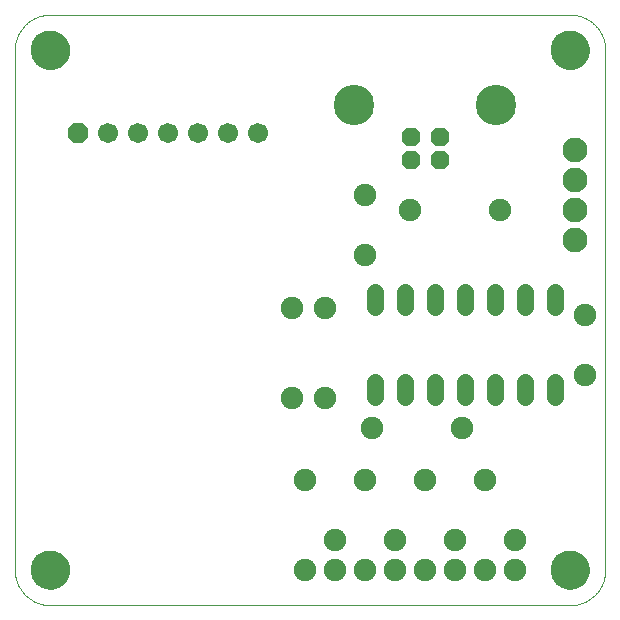
<source format=gbs>
G75*
%MOIN*%
%OFA0B0*%
%FSLAX25Y25*%
%IPPOS*%
%LPD*%
%AMOC8*
5,1,8,0,0,1.08239X$1,22.5*
%
%ADD10C,0.00000*%
%ADD11C,0.12998*%
%ADD12C,0.07487*%
%ADD13C,0.05600*%
%ADD14OC8,0.06140*%
%ADD15C,0.13455*%
%ADD16C,0.08274*%
%ADD17C,0.06699*%
%ADD18OC8,0.06699*%
D10*
X0004543Y0016354D02*
X0004543Y0189583D01*
X0010055Y0189583D02*
X0010057Y0189741D01*
X0010063Y0189899D01*
X0010073Y0190057D01*
X0010087Y0190215D01*
X0010105Y0190372D01*
X0010126Y0190529D01*
X0010152Y0190685D01*
X0010182Y0190841D01*
X0010215Y0190996D01*
X0010253Y0191149D01*
X0010294Y0191302D01*
X0010339Y0191454D01*
X0010388Y0191605D01*
X0010441Y0191754D01*
X0010497Y0191902D01*
X0010557Y0192048D01*
X0010621Y0192193D01*
X0010689Y0192336D01*
X0010760Y0192478D01*
X0010834Y0192618D01*
X0010912Y0192755D01*
X0010994Y0192891D01*
X0011078Y0193025D01*
X0011167Y0193156D01*
X0011258Y0193285D01*
X0011353Y0193412D01*
X0011450Y0193537D01*
X0011551Y0193659D01*
X0011655Y0193778D01*
X0011762Y0193895D01*
X0011872Y0194009D01*
X0011985Y0194120D01*
X0012100Y0194229D01*
X0012218Y0194334D01*
X0012339Y0194436D01*
X0012462Y0194536D01*
X0012588Y0194632D01*
X0012716Y0194725D01*
X0012846Y0194815D01*
X0012979Y0194901D01*
X0013114Y0194985D01*
X0013250Y0195064D01*
X0013389Y0195141D01*
X0013530Y0195213D01*
X0013672Y0195283D01*
X0013816Y0195348D01*
X0013962Y0195410D01*
X0014109Y0195468D01*
X0014258Y0195523D01*
X0014408Y0195574D01*
X0014559Y0195621D01*
X0014711Y0195664D01*
X0014864Y0195703D01*
X0015019Y0195739D01*
X0015174Y0195770D01*
X0015330Y0195798D01*
X0015486Y0195822D01*
X0015643Y0195842D01*
X0015801Y0195858D01*
X0015958Y0195870D01*
X0016117Y0195878D01*
X0016275Y0195882D01*
X0016433Y0195882D01*
X0016591Y0195878D01*
X0016750Y0195870D01*
X0016907Y0195858D01*
X0017065Y0195842D01*
X0017222Y0195822D01*
X0017378Y0195798D01*
X0017534Y0195770D01*
X0017689Y0195739D01*
X0017844Y0195703D01*
X0017997Y0195664D01*
X0018149Y0195621D01*
X0018300Y0195574D01*
X0018450Y0195523D01*
X0018599Y0195468D01*
X0018746Y0195410D01*
X0018892Y0195348D01*
X0019036Y0195283D01*
X0019178Y0195213D01*
X0019319Y0195141D01*
X0019458Y0195064D01*
X0019594Y0194985D01*
X0019729Y0194901D01*
X0019862Y0194815D01*
X0019992Y0194725D01*
X0020120Y0194632D01*
X0020246Y0194536D01*
X0020369Y0194436D01*
X0020490Y0194334D01*
X0020608Y0194229D01*
X0020723Y0194120D01*
X0020836Y0194009D01*
X0020946Y0193895D01*
X0021053Y0193778D01*
X0021157Y0193659D01*
X0021258Y0193537D01*
X0021355Y0193412D01*
X0021450Y0193285D01*
X0021541Y0193156D01*
X0021630Y0193025D01*
X0021714Y0192891D01*
X0021796Y0192755D01*
X0021874Y0192618D01*
X0021948Y0192478D01*
X0022019Y0192336D01*
X0022087Y0192193D01*
X0022151Y0192048D01*
X0022211Y0191902D01*
X0022267Y0191754D01*
X0022320Y0191605D01*
X0022369Y0191454D01*
X0022414Y0191302D01*
X0022455Y0191149D01*
X0022493Y0190996D01*
X0022526Y0190841D01*
X0022556Y0190685D01*
X0022582Y0190529D01*
X0022603Y0190372D01*
X0022621Y0190215D01*
X0022635Y0190057D01*
X0022645Y0189899D01*
X0022651Y0189741D01*
X0022653Y0189583D01*
X0022651Y0189425D01*
X0022645Y0189267D01*
X0022635Y0189109D01*
X0022621Y0188951D01*
X0022603Y0188794D01*
X0022582Y0188637D01*
X0022556Y0188481D01*
X0022526Y0188325D01*
X0022493Y0188170D01*
X0022455Y0188017D01*
X0022414Y0187864D01*
X0022369Y0187712D01*
X0022320Y0187561D01*
X0022267Y0187412D01*
X0022211Y0187264D01*
X0022151Y0187118D01*
X0022087Y0186973D01*
X0022019Y0186830D01*
X0021948Y0186688D01*
X0021874Y0186548D01*
X0021796Y0186411D01*
X0021714Y0186275D01*
X0021630Y0186141D01*
X0021541Y0186010D01*
X0021450Y0185881D01*
X0021355Y0185754D01*
X0021258Y0185629D01*
X0021157Y0185507D01*
X0021053Y0185388D01*
X0020946Y0185271D01*
X0020836Y0185157D01*
X0020723Y0185046D01*
X0020608Y0184937D01*
X0020490Y0184832D01*
X0020369Y0184730D01*
X0020246Y0184630D01*
X0020120Y0184534D01*
X0019992Y0184441D01*
X0019862Y0184351D01*
X0019729Y0184265D01*
X0019594Y0184181D01*
X0019458Y0184102D01*
X0019319Y0184025D01*
X0019178Y0183953D01*
X0019036Y0183883D01*
X0018892Y0183818D01*
X0018746Y0183756D01*
X0018599Y0183698D01*
X0018450Y0183643D01*
X0018300Y0183592D01*
X0018149Y0183545D01*
X0017997Y0183502D01*
X0017844Y0183463D01*
X0017689Y0183427D01*
X0017534Y0183396D01*
X0017378Y0183368D01*
X0017222Y0183344D01*
X0017065Y0183324D01*
X0016907Y0183308D01*
X0016750Y0183296D01*
X0016591Y0183288D01*
X0016433Y0183284D01*
X0016275Y0183284D01*
X0016117Y0183288D01*
X0015958Y0183296D01*
X0015801Y0183308D01*
X0015643Y0183324D01*
X0015486Y0183344D01*
X0015330Y0183368D01*
X0015174Y0183396D01*
X0015019Y0183427D01*
X0014864Y0183463D01*
X0014711Y0183502D01*
X0014559Y0183545D01*
X0014408Y0183592D01*
X0014258Y0183643D01*
X0014109Y0183698D01*
X0013962Y0183756D01*
X0013816Y0183818D01*
X0013672Y0183883D01*
X0013530Y0183953D01*
X0013389Y0184025D01*
X0013250Y0184102D01*
X0013114Y0184181D01*
X0012979Y0184265D01*
X0012846Y0184351D01*
X0012716Y0184441D01*
X0012588Y0184534D01*
X0012462Y0184630D01*
X0012339Y0184730D01*
X0012218Y0184832D01*
X0012100Y0184937D01*
X0011985Y0185046D01*
X0011872Y0185157D01*
X0011762Y0185271D01*
X0011655Y0185388D01*
X0011551Y0185507D01*
X0011450Y0185629D01*
X0011353Y0185754D01*
X0011258Y0185881D01*
X0011167Y0186010D01*
X0011078Y0186141D01*
X0010994Y0186275D01*
X0010912Y0186411D01*
X0010834Y0186548D01*
X0010760Y0186688D01*
X0010689Y0186830D01*
X0010621Y0186973D01*
X0010557Y0187118D01*
X0010497Y0187264D01*
X0010441Y0187412D01*
X0010388Y0187561D01*
X0010339Y0187712D01*
X0010294Y0187864D01*
X0010253Y0188017D01*
X0010215Y0188170D01*
X0010182Y0188325D01*
X0010152Y0188481D01*
X0010126Y0188637D01*
X0010105Y0188794D01*
X0010087Y0188951D01*
X0010073Y0189109D01*
X0010063Y0189267D01*
X0010057Y0189425D01*
X0010055Y0189583D01*
X0004543Y0189583D02*
X0004546Y0189868D01*
X0004557Y0190154D01*
X0004574Y0190439D01*
X0004598Y0190723D01*
X0004629Y0191007D01*
X0004667Y0191290D01*
X0004712Y0191571D01*
X0004763Y0191852D01*
X0004821Y0192132D01*
X0004886Y0192410D01*
X0004958Y0192686D01*
X0005036Y0192960D01*
X0005121Y0193233D01*
X0005213Y0193503D01*
X0005311Y0193771D01*
X0005415Y0194037D01*
X0005526Y0194300D01*
X0005643Y0194560D01*
X0005766Y0194818D01*
X0005896Y0195072D01*
X0006032Y0195323D01*
X0006173Y0195571D01*
X0006321Y0195815D01*
X0006474Y0196056D01*
X0006634Y0196292D01*
X0006799Y0196525D01*
X0006969Y0196754D01*
X0007145Y0196979D01*
X0007327Y0197199D01*
X0007513Y0197415D01*
X0007705Y0197626D01*
X0007902Y0197833D01*
X0008104Y0198035D01*
X0008311Y0198232D01*
X0008522Y0198424D01*
X0008738Y0198610D01*
X0008958Y0198792D01*
X0009183Y0198968D01*
X0009412Y0199138D01*
X0009645Y0199303D01*
X0009881Y0199463D01*
X0010122Y0199616D01*
X0010366Y0199764D01*
X0010614Y0199905D01*
X0010865Y0200041D01*
X0011119Y0200171D01*
X0011377Y0200294D01*
X0011637Y0200411D01*
X0011900Y0200522D01*
X0012166Y0200626D01*
X0012434Y0200724D01*
X0012704Y0200816D01*
X0012977Y0200901D01*
X0013251Y0200979D01*
X0013527Y0201051D01*
X0013805Y0201116D01*
X0014085Y0201174D01*
X0014366Y0201225D01*
X0014647Y0201270D01*
X0014930Y0201308D01*
X0015214Y0201339D01*
X0015498Y0201363D01*
X0015783Y0201380D01*
X0016069Y0201391D01*
X0016354Y0201394D01*
X0189583Y0201394D01*
X0183284Y0189583D02*
X0183286Y0189741D01*
X0183292Y0189899D01*
X0183302Y0190057D01*
X0183316Y0190215D01*
X0183334Y0190372D01*
X0183355Y0190529D01*
X0183381Y0190685D01*
X0183411Y0190841D01*
X0183444Y0190996D01*
X0183482Y0191149D01*
X0183523Y0191302D01*
X0183568Y0191454D01*
X0183617Y0191605D01*
X0183670Y0191754D01*
X0183726Y0191902D01*
X0183786Y0192048D01*
X0183850Y0192193D01*
X0183918Y0192336D01*
X0183989Y0192478D01*
X0184063Y0192618D01*
X0184141Y0192755D01*
X0184223Y0192891D01*
X0184307Y0193025D01*
X0184396Y0193156D01*
X0184487Y0193285D01*
X0184582Y0193412D01*
X0184679Y0193537D01*
X0184780Y0193659D01*
X0184884Y0193778D01*
X0184991Y0193895D01*
X0185101Y0194009D01*
X0185214Y0194120D01*
X0185329Y0194229D01*
X0185447Y0194334D01*
X0185568Y0194436D01*
X0185691Y0194536D01*
X0185817Y0194632D01*
X0185945Y0194725D01*
X0186075Y0194815D01*
X0186208Y0194901D01*
X0186343Y0194985D01*
X0186479Y0195064D01*
X0186618Y0195141D01*
X0186759Y0195213D01*
X0186901Y0195283D01*
X0187045Y0195348D01*
X0187191Y0195410D01*
X0187338Y0195468D01*
X0187487Y0195523D01*
X0187637Y0195574D01*
X0187788Y0195621D01*
X0187940Y0195664D01*
X0188093Y0195703D01*
X0188248Y0195739D01*
X0188403Y0195770D01*
X0188559Y0195798D01*
X0188715Y0195822D01*
X0188872Y0195842D01*
X0189030Y0195858D01*
X0189187Y0195870D01*
X0189346Y0195878D01*
X0189504Y0195882D01*
X0189662Y0195882D01*
X0189820Y0195878D01*
X0189979Y0195870D01*
X0190136Y0195858D01*
X0190294Y0195842D01*
X0190451Y0195822D01*
X0190607Y0195798D01*
X0190763Y0195770D01*
X0190918Y0195739D01*
X0191073Y0195703D01*
X0191226Y0195664D01*
X0191378Y0195621D01*
X0191529Y0195574D01*
X0191679Y0195523D01*
X0191828Y0195468D01*
X0191975Y0195410D01*
X0192121Y0195348D01*
X0192265Y0195283D01*
X0192407Y0195213D01*
X0192548Y0195141D01*
X0192687Y0195064D01*
X0192823Y0194985D01*
X0192958Y0194901D01*
X0193091Y0194815D01*
X0193221Y0194725D01*
X0193349Y0194632D01*
X0193475Y0194536D01*
X0193598Y0194436D01*
X0193719Y0194334D01*
X0193837Y0194229D01*
X0193952Y0194120D01*
X0194065Y0194009D01*
X0194175Y0193895D01*
X0194282Y0193778D01*
X0194386Y0193659D01*
X0194487Y0193537D01*
X0194584Y0193412D01*
X0194679Y0193285D01*
X0194770Y0193156D01*
X0194859Y0193025D01*
X0194943Y0192891D01*
X0195025Y0192755D01*
X0195103Y0192618D01*
X0195177Y0192478D01*
X0195248Y0192336D01*
X0195316Y0192193D01*
X0195380Y0192048D01*
X0195440Y0191902D01*
X0195496Y0191754D01*
X0195549Y0191605D01*
X0195598Y0191454D01*
X0195643Y0191302D01*
X0195684Y0191149D01*
X0195722Y0190996D01*
X0195755Y0190841D01*
X0195785Y0190685D01*
X0195811Y0190529D01*
X0195832Y0190372D01*
X0195850Y0190215D01*
X0195864Y0190057D01*
X0195874Y0189899D01*
X0195880Y0189741D01*
X0195882Y0189583D01*
X0195880Y0189425D01*
X0195874Y0189267D01*
X0195864Y0189109D01*
X0195850Y0188951D01*
X0195832Y0188794D01*
X0195811Y0188637D01*
X0195785Y0188481D01*
X0195755Y0188325D01*
X0195722Y0188170D01*
X0195684Y0188017D01*
X0195643Y0187864D01*
X0195598Y0187712D01*
X0195549Y0187561D01*
X0195496Y0187412D01*
X0195440Y0187264D01*
X0195380Y0187118D01*
X0195316Y0186973D01*
X0195248Y0186830D01*
X0195177Y0186688D01*
X0195103Y0186548D01*
X0195025Y0186411D01*
X0194943Y0186275D01*
X0194859Y0186141D01*
X0194770Y0186010D01*
X0194679Y0185881D01*
X0194584Y0185754D01*
X0194487Y0185629D01*
X0194386Y0185507D01*
X0194282Y0185388D01*
X0194175Y0185271D01*
X0194065Y0185157D01*
X0193952Y0185046D01*
X0193837Y0184937D01*
X0193719Y0184832D01*
X0193598Y0184730D01*
X0193475Y0184630D01*
X0193349Y0184534D01*
X0193221Y0184441D01*
X0193091Y0184351D01*
X0192958Y0184265D01*
X0192823Y0184181D01*
X0192687Y0184102D01*
X0192548Y0184025D01*
X0192407Y0183953D01*
X0192265Y0183883D01*
X0192121Y0183818D01*
X0191975Y0183756D01*
X0191828Y0183698D01*
X0191679Y0183643D01*
X0191529Y0183592D01*
X0191378Y0183545D01*
X0191226Y0183502D01*
X0191073Y0183463D01*
X0190918Y0183427D01*
X0190763Y0183396D01*
X0190607Y0183368D01*
X0190451Y0183344D01*
X0190294Y0183324D01*
X0190136Y0183308D01*
X0189979Y0183296D01*
X0189820Y0183288D01*
X0189662Y0183284D01*
X0189504Y0183284D01*
X0189346Y0183288D01*
X0189187Y0183296D01*
X0189030Y0183308D01*
X0188872Y0183324D01*
X0188715Y0183344D01*
X0188559Y0183368D01*
X0188403Y0183396D01*
X0188248Y0183427D01*
X0188093Y0183463D01*
X0187940Y0183502D01*
X0187788Y0183545D01*
X0187637Y0183592D01*
X0187487Y0183643D01*
X0187338Y0183698D01*
X0187191Y0183756D01*
X0187045Y0183818D01*
X0186901Y0183883D01*
X0186759Y0183953D01*
X0186618Y0184025D01*
X0186479Y0184102D01*
X0186343Y0184181D01*
X0186208Y0184265D01*
X0186075Y0184351D01*
X0185945Y0184441D01*
X0185817Y0184534D01*
X0185691Y0184630D01*
X0185568Y0184730D01*
X0185447Y0184832D01*
X0185329Y0184937D01*
X0185214Y0185046D01*
X0185101Y0185157D01*
X0184991Y0185271D01*
X0184884Y0185388D01*
X0184780Y0185507D01*
X0184679Y0185629D01*
X0184582Y0185754D01*
X0184487Y0185881D01*
X0184396Y0186010D01*
X0184307Y0186141D01*
X0184223Y0186275D01*
X0184141Y0186411D01*
X0184063Y0186548D01*
X0183989Y0186688D01*
X0183918Y0186830D01*
X0183850Y0186973D01*
X0183786Y0187118D01*
X0183726Y0187264D01*
X0183670Y0187412D01*
X0183617Y0187561D01*
X0183568Y0187712D01*
X0183523Y0187864D01*
X0183482Y0188017D01*
X0183444Y0188170D01*
X0183411Y0188325D01*
X0183381Y0188481D01*
X0183355Y0188637D01*
X0183334Y0188794D01*
X0183316Y0188951D01*
X0183302Y0189109D01*
X0183292Y0189267D01*
X0183286Y0189425D01*
X0183284Y0189583D01*
X0189583Y0201394D02*
X0189868Y0201391D01*
X0190154Y0201380D01*
X0190439Y0201363D01*
X0190723Y0201339D01*
X0191007Y0201308D01*
X0191290Y0201270D01*
X0191571Y0201225D01*
X0191852Y0201174D01*
X0192132Y0201116D01*
X0192410Y0201051D01*
X0192686Y0200979D01*
X0192960Y0200901D01*
X0193233Y0200816D01*
X0193503Y0200724D01*
X0193771Y0200626D01*
X0194037Y0200522D01*
X0194300Y0200411D01*
X0194560Y0200294D01*
X0194818Y0200171D01*
X0195072Y0200041D01*
X0195323Y0199905D01*
X0195571Y0199764D01*
X0195815Y0199616D01*
X0196056Y0199463D01*
X0196292Y0199303D01*
X0196525Y0199138D01*
X0196754Y0198968D01*
X0196979Y0198792D01*
X0197199Y0198610D01*
X0197415Y0198424D01*
X0197626Y0198232D01*
X0197833Y0198035D01*
X0198035Y0197833D01*
X0198232Y0197626D01*
X0198424Y0197415D01*
X0198610Y0197199D01*
X0198792Y0196979D01*
X0198968Y0196754D01*
X0199138Y0196525D01*
X0199303Y0196292D01*
X0199463Y0196056D01*
X0199616Y0195815D01*
X0199764Y0195571D01*
X0199905Y0195323D01*
X0200041Y0195072D01*
X0200171Y0194818D01*
X0200294Y0194560D01*
X0200411Y0194300D01*
X0200522Y0194037D01*
X0200626Y0193771D01*
X0200724Y0193503D01*
X0200816Y0193233D01*
X0200901Y0192960D01*
X0200979Y0192686D01*
X0201051Y0192410D01*
X0201116Y0192132D01*
X0201174Y0191852D01*
X0201225Y0191571D01*
X0201270Y0191290D01*
X0201308Y0191007D01*
X0201339Y0190723D01*
X0201363Y0190439D01*
X0201380Y0190154D01*
X0201391Y0189868D01*
X0201394Y0189583D01*
X0201394Y0016354D01*
X0183284Y0016354D02*
X0183286Y0016512D01*
X0183292Y0016670D01*
X0183302Y0016828D01*
X0183316Y0016986D01*
X0183334Y0017143D01*
X0183355Y0017300D01*
X0183381Y0017456D01*
X0183411Y0017612D01*
X0183444Y0017767D01*
X0183482Y0017920D01*
X0183523Y0018073D01*
X0183568Y0018225D01*
X0183617Y0018376D01*
X0183670Y0018525D01*
X0183726Y0018673D01*
X0183786Y0018819D01*
X0183850Y0018964D01*
X0183918Y0019107D01*
X0183989Y0019249D01*
X0184063Y0019389D01*
X0184141Y0019526D01*
X0184223Y0019662D01*
X0184307Y0019796D01*
X0184396Y0019927D01*
X0184487Y0020056D01*
X0184582Y0020183D01*
X0184679Y0020308D01*
X0184780Y0020430D01*
X0184884Y0020549D01*
X0184991Y0020666D01*
X0185101Y0020780D01*
X0185214Y0020891D01*
X0185329Y0021000D01*
X0185447Y0021105D01*
X0185568Y0021207D01*
X0185691Y0021307D01*
X0185817Y0021403D01*
X0185945Y0021496D01*
X0186075Y0021586D01*
X0186208Y0021672D01*
X0186343Y0021756D01*
X0186479Y0021835D01*
X0186618Y0021912D01*
X0186759Y0021984D01*
X0186901Y0022054D01*
X0187045Y0022119D01*
X0187191Y0022181D01*
X0187338Y0022239D01*
X0187487Y0022294D01*
X0187637Y0022345D01*
X0187788Y0022392D01*
X0187940Y0022435D01*
X0188093Y0022474D01*
X0188248Y0022510D01*
X0188403Y0022541D01*
X0188559Y0022569D01*
X0188715Y0022593D01*
X0188872Y0022613D01*
X0189030Y0022629D01*
X0189187Y0022641D01*
X0189346Y0022649D01*
X0189504Y0022653D01*
X0189662Y0022653D01*
X0189820Y0022649D01*
X0189979Y0022641D01*
X0190136Y0022629D01*
X0190294Y0022613D01*
X0190451Y0022593D01*
X0190607Y0022569D01*
X0190763Y0022541D01*
X0190918Y0022510D01*
X0191073Y0022474D01*
X0191226Y0022435D01*
X0191378Y0022392D01*
X0191529Y0022345D01*
X0191679Y0022294D01*
X0191828Y0022239D01*
X0191975Y0022181D01*
X0192121Y0022119D01*
X0192265Y0022054D01*
X0192407Y0021984D01*
X0192548Y0021912D01*
X0192687Y0021835D01*
X0192823Y0021756D01*
X0192958Y0021672D01*
X0193091Y0021586D01*
X0193221Y0021496D01*
X0193349Y0021403D01*
X0193475Y0021307D01*
X0193598Y0021207D01*
X0193719Y0021105D01*
X0193837Y0021000D01*
X0193952Y0020891D01*
X0194065Y0020780D01*
X0194175Y0020666D01*
X0194282Y0020549D01*
X0194386Y0020430D01*
X0194487Y0020308D01*
X0194584Y0020183D01*
X0194679Y0020056D01*
X0194770Y0019927D01*
X0194859Y0019796D01*
X0194943Y0019662D01*
X0195025Y0019526D01*
X0195103Y0019389D01*
X0195177Y0019249D01*
X0195248Y0019107D01*
X0195316Y0018964D01*
X0195380Y0018819D01*
X0195440Y0018673D01*
X0195496Y0018525D01*
X0195549Y0018376D01*
X0195598Y0018225D01*
X0195643Y0018073D01*
X0195684Y0017920D01*
X0195722Y0017767D01*
X0195755Y0017612D01*
X0195785Y0017456D01*
X0195811Y0017300D01*
X0195832Y0017143D01*
X0195850Y0016986D01*
X0195864Y0016828D01*
X0195874Y0016670D01*
X0195880Y0016512D01*
X0195882Y0016354D01*
X0195880Y0016196D01*
X0195874Y0016038D01*
X0195864Y0015880D01*
X0195850Y0015722D01*
X0195832Y0015565D01*
X0195811Y0015408D01*
X0195785Y0015252D01*
X0195755Y0015096D01*
X0195722Y0014941D01*
X0195684Y0014788D01*
X0195643Y0014635D01*
X0195598Y0014483D01*
X0195549Y0014332D01*
X0195496Y0014183D01*
X0195440Y0014035D01*
X0195380Y0013889D01*
X0195316Y0013744D01*
X0195248Y0013601D01*
X0195177Y0013459D01*
X0195103Y0013319D01*
X0195025Y0013182D01*
X0194943Y0013046D01*
X0194859Y0012912D01*
X0194770Y0012781D01*
X0194679Y0012652D01*
X0194584Y0012525D01*
X0194487Y0012400D01*
X0194386Y0012278D01*
X0194282Y0012159D01*
X0194175Y0012042D01*
X0194065Y0011928D01*
X0193952Y0011817D01*
X0193837Y0011708D01*
X0193719Y0011603D01*
X0193598Y0011501D01*
X0193475Y0011401D01*
X0193349Y0011305D01*
X0193221Y0011212D01*
X0193091Y0011122D01*
X0192958Y0011036D01*
X0192823Y0010952D01*
X0192687Y0010873D01*
X0192548Y0010796D01*
X0192407Y0010724D01*
X0192265Y0010654D01*
X0192121Y0010589D01*
X0191975Y0010527D01*
X0191828Y0010469D01*
X0191679Y0010414D01*
X0191529Y0010363D01*
X0191378Y0010316D01*
X0191226Y0010273D01*
X0191073Y0010234D01*
X0190918Y0010198D01*
X0190763Y0010167D01*
X0190607Y0010139D01*
X0190451Y0010115D01*
X0190294Y0010095D01*
X0190136Y0010079D01*
X0189979Y0010067D01*
X0189820Y0010059D01*
X0189662Y0010055D01*
X0189504Y0010055D01*
X0189346Y0010059D01*
X0189187Y0010067D01*
X0189030Y0010079D01*
X0188872Y0010095D01*
X0188715Y0010115D01*
X0188559Y0010139D01*
X0188403Y0010167D01*
X0188248Y0010198D01*
X0188093Y0010234D01*
X0187940Y0010273D01*
X0187788Y0010316D01*
X0187637Y0010363D01*
X0187487Y0010414D01*
X0187338Y0010469D01*
X0187191Y0010527D01*
X0187045Y0010589D01*
X0186901Y0010654D01*
X0186759Y0010724D01*
X0186618Y0010796D01*
X0186479Y0010873D01*
X0186343Y0010952D01*
X0186208Y0011036D01*
X0186075Y0011122D01*
X0185945Y0011212D01*
X0185817Y0011305D01*
X0185691Y0011401D01*
X0185568Y0011501D01*
X0185447Y0011603D01*
X0185329Y0011708D01*
X0185214Y0011817D01*
X0185101Y0011928D01*
X0184991Y0012042D01*
X0184884Y0012159D01*
X0184780Y0012278D01*
X0184679Y0012400D01*
X0184582Y0012525D01*
X0184487Y0012652D01*
X0184396Y0012781D01*
X0184307Y0012912D01*
X0184223Y0013046D01*
X0184141Y0013182D01*
X0184063Y0013319D01*
X0183989Y0013459D01*
X0183918Y0013601D01*
X0183850Y0013744D01*
X0183786Y0013889D01*
X0183726Y0014035D01*
X0183670Y0014183D01*
X0183617Y0014332D01*
X0183568Y0014483D01*
X0183523Y0014635D01*
X0183482Y0014788D01*
X0183444Y0014941D01*
X0183411Y0015096D01*
X0183381Y0015252D01*
X0183355Y0015408D01*
X0183334Y0015565D01*
X0183316Y0015722D01*
X0183302Y0015880D01*
X0183292Y0016038D01*
X0183286Y0016196D01*
X0183284Y0016354D01*
X0189583Y0004543D02*
X0189868Y0004546D01*
X0190154Y0004557D01*
X0190439Y0004574D01*
X0190723Y0004598D01*
X0191007Y0004629D01*
X0191290Y0004667D01*
X0191571Y0004712D01*
X0191852Y0004763D01*
X0192132Y0004821D01*
X0192410Y0004886D01*
X0192686Y0004958D01*
X0192960Y0005036D01*
X0193233Y0005121D01*
X0193503Y0005213D01*
X0193771Y0005311D01*
X0194037Y0005415D01*
X0194300Y0005526D01*
X0194560Y0005643D01*
X0194818Y0005766D01*
X0195072Y0005896D01*
X0195323Y0006032D01*
X0195571Y0006173D01*
X0195815Y0006321D01*
X0196056Y0006474D01*
X0196292Y0006634D01*
X0196525Y0006799D01*
X0196754Y0006969D01*
X0196979Y0007145D01*
X0197199Y0007327D01*
X0197415Y0007513D01*
X0197626Y0007705D01*
X0197833Y0007902D01*
X0198035Y0008104D01*
X0198232Y0008311D01*
X0198424Y0008522D01*
X0198610Y0008738D01*
X0198792Y0008958D01*
X0198968Y0009183D01*
X0199138Y0009412D01*
X0199303Y0009645D01*
X0199463Y0009881D01*
X0199616Y0010122D01*
X0199764Y0010366D01*
X0199905Y0010614D01*
X0200041Y0010865D01*
X0200171Y0011119D01*
X0200294Y0011377D01*
X0200411Y0011637D01*
X0200522Y0011900D01*
X0200626Y0012166D01*
X0200724Y0012434D01*
X0200816Y0012704D01*
X0200901Y0012977D01*
X0200979Y0013251D01*
X0201051Y0013527D01*
X0201116Y0013805D01*
X0201174Y0014085D01*
X0201225Y0014366D01*
X0201270Y0014647D01*
X0201308Y0014930D01*
X0201339Y0015214D01*
X0201363Y0015498D01*
X0201380Y0015783D01*
X0201391Y0016069D01*
X0201394Y0016354D01*
X0189583Y0004543D02*
X0016354Y0004543D01*
X0010055Y0016354D02*
X0010057Y0016512D01*
X0010063Y0016670D01*
X0010073Y0016828D01*
X0010087Y0016986D01*
X0010105Y0017143D01*
X0010126Y0017300D01*
X0010152Y0017456D01*
X0010182Y0017612D01*
X0010215Y0017767D01*
X0010253Y0017920D01*
X0010294Y0018073D01*
X0010339Y0018225D01*
X0010388Y0018376D01*
X0010441Y0018525D01*
X0010497Y0018673D01*
X0010557Y0018819D01*
X0010621Y0018964D01*
X0010689Y0019107D01*
X0010760Y0019249D01*
X0010834Y0019389D01*
X0010912Y0019526D01*
X0010994Y0019662D01*
X0011078Y0019796D01*
X0011167Y0019927D01*
X0011258Y0020056D01*
X0011353Y0020183D01*
X0011450Y0020308D01*
X0011551Y0020430D01*
X0011655Y0020549D01*
X0011762Y0020666D01*
X0011872Y0020780D01*
X0011985Y0020891D01*
X0012100Y0021000D01*
X0012218Y0021105D01*
X0012339Y0021207D01*
X0012462Y0021307D01*
X0012588Y0021403D01*
X0012716Y0021496D01*
X0012846Y0021586D01*
X0012979Y0021672D01*
X0013114Y0021756D01*
X0013250Y0021835D01*
X0013389Y0021912D01*
X0013530Y0021984D01*
X0013672Y0022054D01*
X0013816Y0022119D01*
X0013962Y0022181D01*
X0014109Y0022239D01*
X0014258Y0022294D01*
X0014408Y0022345D01*
X0014559Y0022392D01*
X0014711Y0022435D01*
X0014864Y0022474D01*
X0015019Y0022510D01*
X0015174Y0022541D01*
X0015330Y0022569D01*
X0015486Y0022593D01*
X0015643Y0022613D01*
X0015801Y0022629D01*
X0015958Y0022641D01*
X0016117Y0022649D01*
X0016275Y0022653D01*
X0016433Y0022653D01*
X0016591Y0022649D01*
X0016750Y0022641D01*
X0016907Y0022629D01*
X0017065Y0022613D01*
X0017222Y0022593D01*
X0017378Y0022569D01*
X0017534Y0022541D01*
X0017689Y0022510D01*
X0017844Y0022474D01*
X0017997Y0022435D01*
X0018149Y0022392D01*
X0018300Y0022345D01*
X0018450Y0022294D01*
X0018599Y0022239D01*
X0018746Y0022181D01*
X0018892Y0022119D01*
X0019036Y0022054D01*
X0019178Y0021984D01*
X0019319Y0021912D01*
X0019458Y0021835D01*
X0019594Y0021756D01*
X0019729Y0021672D01*
X0019862Y0021586D01*
X0019992Y0021496D01*
X0020120Y0021403D01*
X0020246Y0021307D01*
X0020369Y0021207D01*
X0020490Y0021105D01*
X0020608Y0021000D01*
X0020723Y0020891D01*
X0020836Y0020780D01*
X0020946Y0020666D01*
X0021053Y0020549D01*
X0021157Y0020430D01*
X0021258Y0020308D01*
X0021355Y0020183D01*
X0021450Y0020056D01*
X0021541Y0019927D01*
X0021630Y0019796D01*
X0021714Y0019662D01*
X0021796Y0019526D01*
X0021874Y0019389D01*
X0021948Y0019249D01*
X0022019Y0019107D01*
X0022087Y0018964D01*
X0022151Y0018819D01*
X0022211Y0018673D01*
X0022267Y0018525D01*
X0022320Y0018376D01*
X0022369Y0018225D01*
X0022414Y0018073D01*
X0022455Y0017920D01*
X0022493Y0017767D01*
X0022526Y0017612D01*
X0022556Y0017456D01*
X0022582Y0017300D01*
X0022603Y0017143D01*
X0022621Y0016986D01*
X0022635Y0016828D01*
X0022645Y0016670D01*
X0022651Y0016512D01*
X0022653Y0016354D01*
X0022651Y0016196D01*
X0022645Y0016038D01*
X0022635Y0015880D01*
X0022621Y0015722D01*
X0022603Y0015565D01*
X0022582Y0015408D01*
X0022556Y0015252D01*
X0022526Y0015096D01*
X0022493Y0014941D01*
X0022455Y0014788D01*
X0022414Y0014635D01*
X0022369Y0014483D01*
X0022320Y0014332D01*
X0022267Y0014183D01*
X0022211Y0014035D01*
X0022151Y0013889D01*
X0022087Y0013744D01*
X0022019Y0013601D01*
X0021948Y0013459D01*
X0021874Y0013319D01*
X0021796Y0013182D01*
X0021714Y0013046D01*
X0021630Y0012912D01*
X0021541Y0012781D01*
X0021450Y0012652D01*
X0021355Y0012525D01*
X0021258Y0012400D01*
X0021157Y0012278D01*
X0021053Y0012159D01*
X0020946Y0012042D01*
X0020836Y0011928D01*
X0020723Y0011817D01*
X0020608Y0011708D01*
X0020490Y0011603D01*
X0020369Y0011501D01*
X0020246Y0011401D01*
X0020120Y0011305D01*
X0019992Y0011212D01*
X0019862Y0011122D01*
X0019729Y0011036D01*
X0019594Y0010952D01*
X0019458Y0010873D01*
X0019319Y0010796D01*
X0019178Y0010724D01*
X0019036Y0010654D01*
X0018892Y0010589D01*
X0018746Y0010527D01*
X0018599Y0010469D01*
X0018450Y0010414D01*
X0018300Y0010363D01*
X0018149Y0010316D01*
X0017997Y0010273D01*
X0017844Y0010234D01*
X0017689Y0010198D01*
X0017534Y0010167D01*
X0017378Y0010139D01*
X0017222Y0010115D01*
X0017065Y0010095D01*
X0016907Y0010079D01*
X0016750Y0010067D01*
X0016591Y0010059D01*
X0016433Y0010055D01*
X0016275Y0010055D01*
X0016117Y0010059D01*
X0015958Y0010067D01*
X0015801Y0010079D01*
X0015643Y0010095D01*
X0015486Y0010115D01*
X0015330Y0010139D01*
X0015174Y0010167D01*
X0015019Y0010198D01*
X0014864Y0010234D01*
X0014711Y0010273D01*
X0014559Y0010316D01*
X0014408Y0010363D01*
X0014258Y0010414D01*
X0014109Y0010469D01*
X0013962Y0010527D01*
X0013816Y0010589D01*
X0013672Y0010654D01*
X0013530Y0010724D01*
X0013389Y0010796D01*
X0013250Y0010873D01*
X0013114Y0010952D01*
X0012979Y0011036D01*
X0012846Y0011122D01*
X0012716Y0011212D01*
X0012588Y0011305D01*
X0012462Y0011401D01*
X0012339Y0011501D01*
X0012218Y0011603D01*
X0012100Y0011708D01*
X0011985Y0011817D01*
X0011872Y0011928D01*
X0011762Y0012042D01*
X0011655Y0012159D01*
X0011551Y0012278D01*
X0011450Y0012400D01*
X0011353Y0012525D01*
X0011258Y0012652D01*
X0011167Y0012781D01*
X0011078Y0012912D01*
X0010994Y0013046D01*
X0010912Y0013182D01*
X0010834Y0013319D01*
X0010760Y0013459D01*
X0010689Y0013601D01*
X0010621Y0013744D01*
X0010557Y0013889D01*
X0010497Y0014035D01*
X0010441Y0014183D01*
X0010388Y0014332D01*
X0010339Y0014483D01*
X0010294Y0014635D01*
X0010253Y0014788D01*
X0010215Y0014941D01*
X0010182Y0015096D01*
X0010152Y0015252D01*
X0010126Y0015408D01*
X0010105Y0015565D01*
X0010087Y0015722D01*
X0010073Y0015880D01*
X0010063Y0016038D01*
X0010057Y0016196D01*
X0010055Y0016354D01*
X0004543Y0016354D02*
X0004546Y0016069D01*
X0004557Y0015783D01*
X0004574Y0015498D01*
X0004598Y0015214D01*
X0004629Y0014930D01*
X0004667Y0014647D01*
X0004712Y0014366D01*
X0004763Y0014085D01*
X0004821Y0013805D01*
X0004886Y0013527D01*
X0004958Y0013251D01*
X0005036Y0012977D01*
X0005121Y0012704D01*
X0005213Y0012434D01*
X0005311Y0012166D01*
X0005415Y0011900D01*
X0005526Y0011637D01*
X0005643Y0011377D01*
X0005766Y0011119D01*
X0005896Y0010865D01*
X0006032Y0010614D01*
X0006173Y0010366D01*
X0006321Y0010122D01*
X0006474Y0009881D01*
X0006634Y0009645D01*
X0006799Y0009412D01*
X0006969Y0009183D01*
X0007145Y0008958D01*
X0007327Y0008738D01*
X0007513Y0008522D01*
X0007705Y0008311D01*
X0007902Y0008104D01*
X0008104Y0007902D01*
X0008311Y0007705D01*
X0008522Y0007513D01*
X0008738Y0007327D01*
X0008958Y0007145D01*
X0009183Y0006969D01*
X0009412Y0006799D01*
X0009645Y0006634D01*
X0009881Y0006474D01*
X0010122Y0006321D01*
X0010366Y0006173D01*
X0010614Y0006032D01*
X0010865Y0005896D01*
X0011119Y0005766D01*
X0011377Y0005643D01*
X0011637Y0005526D01*
X0011900Y0005415D01*
X0012166Y0005311D01*
X0012434Y0005213D01*
X0012704Y0005121D01*
X0012977Y0005036D01*
X0013251Y0004958D01*
X0013527Y0004886D01*
X0013805Y0004821D01*
X0014085Y0004763D01*
X0014366Y0004712D01*
X0014647Y0004667D01*
X0014930Y0004629D01*
X0015214Y0004598D01*
X0015498Y0004574D01*
X0015783Y0004557D01*
X0016069Y0004546D01*
X0016354Y0004543D01*
D11*
X0016354Y0016354D03*
X0016354Y0189583D03*
X0189583Y0189583D03*
X0189583Y0016354D03*
D12*
X0171394Y0016394D03*
X0171394Y0026394D03*
X0161394Y0016394D03*
X0151394Y0016394D03*
X0141394Y0016394D03*
X0131394Y0016394D03*
X0131394Y0026394D03*
X0121394Y0016394D03*
X0111394Y0016394D03*
X0111394Y0026394D03*
X0101394Y0016394D03*
X0101394Y0046394D03*
X0121394Y0046394D03*
X0123756Y0063756D03*
X0107831Y0073756D03*
X0097043Y0073756D03*
X0097043Y0103756D03*
X0107831Y0103756D03*
X0121394Y0121394D03*
X0136394Y0136394D03*
X0121394Y0141394D03*
X0166394Y0136394D03*
X0194543Y0101394D03*
X0194543Y0081394D03*
X0161394Y0046394D03*
X0153756Y0063756D03*
X0141394Y0046394D03*
X0151394Y0026394D03*
D13*
X0154543Y0073794D02*
X0154543Y0078994D01*
X0144543Y0078994D02*
X0144543Y0073794D01*
X0134543Y0073794D02*
X0134543Y0078994D01*
X0124543Y0078994D02*
X0124543Y0073794D01*
X0124543Y0103794D02*
X0124543Y0108994D01*
X0134543Y0108994D02*
X0134543Y0103794D01*
X0144543Y0103794D02*
X0144543Y0108994D01*
X0154543Y0108994D02*
X0154543Y0103794D01*
X0164543Y0103794D02*
X0164543Y0108994D01*
X0174543Y0108994D02*
X0174543Y0103794D01*
X0184543Y0103794D02*
X0184543Y0108994D01*
X0184543Y0078994D02*
X0184543Y0073794D01*
X0174543Y0073794D02*
X0174543Y0078994D01*
X0164543Y0078994D02*
X0164543Y0073794D01*
D14*
X0146315Y0152850D03*
X0146315Y0160724D03*
X0136472Y0160724D03*
X0136472Y0152850D03*
D15*
X0117693Y0171394D03*
X0165094Y0171394D03*
D16*
X0191394Y0156394D03*
X0191394Y0146394D03*
X0191394Y0136394D03*
X0191394Y0126394D03*
D17*
X0085724Y0162024D03*
X0075724Y0162024D03*
X0065724Y0162024D03*
X0055724Y0162024D03*
X0045724Y0162024D03*
X0035724Y0162024D03*
D18*
X0025724Y0162024D03*
M02*

</source>
